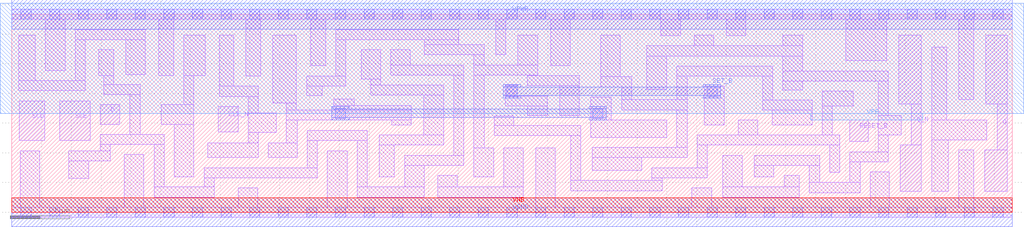
<source format=lef>
# Copyright 2020 The SkyWater PDK Authors
#
# Licensed under the Apache License, Version 2.0 (the "License");
# you may not use this file except in compliance with the License.
# You may obtain a copy of the License at
#
#     https://www.apache.org/licenses/LICENSE-2.0
#
# Unless required by applicable law or agreed to in writing, software
# distributed under the License is distributed on an "AS IS" BASIS,
# WITHOUT WARRANTIES OR CONDITIONS OF ANY KIND, either express or implied.
# See the License for the specific language governing permissions and
# limitations under the License.
#
# SPDX-License-Identifier: Apache-2.0

VERSION 5.7 ;
  NOWIREEXTENSIONATPIN ON ;
  DIVIDERCHAR "/" ;
  BUSBITCHARS "[]" ;
MACRO sky130_fd_sc_hs__sdfbbn_1
  CLASS CORE ;
  FOREIGN sky130_fd_sc_hs__sdfbbn_1 ;
  ORIGIN  0.000000  0.000000 ;
  SIZE  16.80000 BY  3.330000 ;
  SYMMETRY X Y ;
  SITE unit ;
  PIN D
    ANTENNAGATEAREA  0.159000 ;
    DIRECTION INPUT ;
    USE SIGNAL ;
    PORT
      LAYER li1 ;
        RECT 1.485000 1.480000 1.815000 1.810000 ;
    END
  END D
  PIN Q
    ANTENNADIFFAREA  0.541300 ;
    DIRECTION OUTPUT ;
    USE SIGNAL ;
    PORT
      LAYER li1 ;
        RECT 16.335000 0.350000 16.715000 1.050000 ;
        RECT 16.355000 1.820000 16.715000 2.980000 ;
        RECT 16.545000 1.050000 16.715000 1.820000 ;
    END
  END Q
  PIN Q_N
    ANTENNADIFFAREA  0.541300 ;
    DIRECTION OUTPUT ;
    USE SIGNAL ;
    PORT
      LAYER li1 ;
        RECT 14.890000 1.820000 15.275000 2.980000 ;
        RECT 14.915000 0.350000 15.275000 1.130000 ;
        RECT 15.105000 1.130000 15.275000 1.820000 ;
    END
  END Q_N
  PIN RESET_B
    ANTENNAGATEAREA  0.159000 ;
    DIRECTION INPUT ;
    USE SIGNAL ;
    PORT
      LAYER li1 ;
        RECT 14.075000 1.190000 14.380000 1.550000 ;
    END
  END RESET_B
  PIN SCD
    ANTENNAGATEAREA  0.159000 ;
    DIRECTION INPUT ;
    USE SIGNAL ;
    PORT
      LAYER li1 ;
        RECT 0.125000 1.205000 0.550000 1.875000 ;
    END
  END SCD
  PIN SCE
    ANTENNAGATEAREA  0.318000 ;
    DIRECTION INPUT ;
    USE SIGNAL ;
    PORT
      LAYER li1 ;
        RECT 0.805000 1.205000 1.315000 1.875000 ;
    END
  END SCE
  PIN SET_B
    ANTENNAGATEAREA  0.469500 ;
    DIRECTION INPUT ;
    USE SIGNAL ;
    PORT
      LAYER met1 ;
        RECT  8.255000 1.920000  8.545000 1.965000 ;
        RECT  8.255000 1.965000 11.905000 2.105000 ;
        RECT  8.255000 2.105000  8.545000 2.150000 ;
        RECT 11.615000 1.920000 11.905000 1.965000 ;
        RECT 11.615000 2.105000 11.905000 2.150000 ;
    END
  END SET_B
  PIN CLK_N
    ANTENNAGATEAREA  0.279000 ;
    DIRECTION INPUT ;
    USE CLOCK ;
    PORT
      LAYER li1 ;
        RECT 3.470000 1.350000 3.800000 1.780000 ;
    END
  END CLK_N
  PIN VGND
    DIRECTION INOUT ;
    USE GROUND ;
    PORT
      LAYER met1 ;
        RECT 0.000000 -0.245000 16.800000 0.245000 ;
    END
  END VGND
  PIN VNB
    DIRECTION INOUT ;
    USE GROUND ;
    PORT
      LAYER pwell ;
        RECT 0.000000 0.000000 16.800000 0.245000 ;
    END
  END VNB
  PIN VPB
    DIRECTION INOUT ;
    USE POWER ;
    PORT
      LAYER nwell ;
        RECT -0.190000 1.660000 16.990000 3.520000 ;
        RECT 13.420000 1.550000 15.300000 1.660000 ;
    END
  END VPB
  PIN VPWR
    DIRECTION INOUT ;
    USE POWER ;
    PORT
      LAYER met1 ;
        RECT 0.000000 3.085000 16.800000 3.575000 ;
    END
  END VPWR
  OBS
    LAYER li1 ;
      RECT  0.000000 -0.085000 16.800000 0.085000 ;
      RECT  0.000000  3.245000 16.800000 3.415000 ;
      RECT  0.115000  2.045000  1.235000 2.215000 ;
      RECT  0.115000  2.215000  0.395000 2.980000 ;
      RECT  0.140000  0.085000  0.470000 1.035000 ;
      RECT  0.565000  2.385000  0.895000 3.245000 ;
      RECT  0.960000  0.575000  1.290000 0.865000 ;
      RECT  0.960000  0.865000  1.655000 1.035000 ;
      RECT  1.065000  2.215000  1.235000 2.905000 ;
      RECT  1.065000  2.905000  2.245000 3.075000 ;
      RECT  1.465000  2.300000  1.715000 2.735000 ;
      RECT  1.485000  1.035000  1.655000 1.140000 ;
      RECT  1.485000  1.140000  2.560000 1.310000 ;
      RECT  1.545000  1.980000  2.155000 2.150000 ;
      RECT  1.545000  2.150000  1.715000 2.300000 ;
      RECT  1.890000  0.085000  2.220000 0.970000 ;
      RECT  1.915000  2.320000  2.245000 2.905000 ;
      RECT  1.985000  1.310000  2.155000 1.980000 ;
      RECT  2.390000  0.255000  3.400000 0.425000 ;
      RECT  2.390000  0.425000  2.560000 1.140000 ;
      RECT  2.470000  2.300000  2.720000 3.245000 ;
      RECT  2.510000  1.480000  3.060000 1.810000 ;
      RECT  2.730000  0.595000  3.060000 1.480000 ;
      RECT  2.890000  1.810000  3.060000 2.300000 ;
      RECT  2.890000  2.300000  3.250000 2.980000 ;
      RECT  3.230000  0.425000  3.400000 0.580000 ;
      RECT  3.230000  0.580000  5.130000 0.750000 ;
      RECT  3.290000  0.920000  4.140000 1.170000 ;
      RECT  3.480000  1.950000  4.140000 2.120000 ;
      RECT  3.480000  2.120000  3.730000 2.980000 ;
      RECT  3.800000  0.085000  4.130000 0.410000 ;
      RECT  3.930000  2.290000  4.180000 3.245000 ;
      RECT  3.970000  1.170000  4.140000 1.340000 ;
      RECT  3.970000  1.340000  4.440000 1.670000 ;
      RECT  3.970000  1.670000  4.140000 1.950000 ;
      RECT  4.310000  0.920000  4.790000 1.170000 ;
      RECT  4.380000  1.840000  4.780000 2.980000 ;
      RECT  4.610000  1.170000  4.790000 1.550000 ;
      RECT  4.610000  1.550000  6.710000 1.720000 ;
      RECT  4.610000  1.720000  4.780000 1.840000 ;
      RECT  4.950000  1.965000  5.215000 2.125000 ;
      RECT  4.950000  2.125000  5.610000 2.295000 ;
      RECT  4.960000  0.750000  5.130000 1.205000 ;
      RECT  4.960000  1.205000  5.970000 1.375000 ;
      RECT  5.020000  2.465000  5.270000 3.245000 ;
      RECT  5.300000  0.085000  5.630000 1.035000 ;
      RECT  5.405000  1.720000  6.710000 1.800000 ;
      RECT  5.405000  1.800000  5.755000 1.905000 ;
      RECT  5.440000  2.295000  5.610000 2.905000 ;
      RECT  5.440000  2.905000  7.505000 3.075000 ;
      RECT  5.800000  0.255000  6.925000 0.425000 ;
      RECT  5.800000  0.425000  5.970000 1.205000 ;
      RECT  5.865000  2.245000  6.195000 2.735000 ;
      RECT  6.025000  1.970000  7.250000 2.140000 ;
      RECT  6.025000  2.140000  6.195000 2.245000 ;
      RECT  6.170000  0.595000  6.420000 1.130000 ;
      RECT  6.170000  1.130000  7.250000 1.300000 ;
      RECT  6.365000  2.310000  7.590000 2.480000 ;
      RECT  6.365000  2.480000  6.695000 2.735000 ;
      RECT  6.380000  1.470000  6.710000 1.550000 ;
      RECT  6.595000  0.425000  6.925000 0.790000 ;
      RECT  6.595000  0.790000  7.590000 0.960000 ;
      RECT  6.920000  1.300000  7.250000 1.970000 ;
      RECT  6.925000  2.650000  7.930000 2.820000 ;
      RECT  6.925000  2.820000  7.505000 2.905000 ;
      RECT  7.150000  0.255000  8.590000 0.425000 ;
      RECT  7.150000  0.425000  7.480000 0.620000 ;
      RECT  7.420000  0.960000  7.590000 2.310000 ;
      RECT  7.760000  0.595000  8.090000 1.080000 ;
      RECT  7.760000  1.080000  7.930000 2.310000 ;
      RECT  7.760000  2.310000  8.830000 2.480000 ;
      RECT  7.760000  2.480000  7.930000 2.650000 ;
      RECT  8.100000  1.290000  9.555000 1.460000 ;
      RECT  8.100000  1.460000  8.430000 1.620000 ;
      RECT  8.125000  2.650000  8.295000 3.245000 ;
      RECT  8.260000  0.425000  8.590000 1.080000 ;
      RECT  8.285000  1.790000  8.990000 1.960000 ;
      RECT  8.285000  1.960000  8.490000 2.140000 ;
      RECT  8.495000  2.480000  8.830000 2.980000 ;
      RECT  8.660000  1.630000  8.990000 1.790000 ;
      RECT  8.660000  2.130000  9.530000 2.300000 ;
      RECT  8.660000  2.300000  8.830000 2.310000 ;
      RECT  8.795000  0.085000  9.125000 1.080000 ;
      RECT  9.050000  2.470000  9.380000 3.245000 ;
      RECT  9.200000  1.630000  9.530000 2.130000 ;
      RECT  9.385000  0.365000 10.920000 0.535000 ;
      RECT  9.385000  0.535000  9.555000 1.290000 ;
      RECT  9.725000  1.260000 11.000000 1.555000 ;
      RECT  9.725000  1.555000 10.070000 1.940000 ;
      RECT  9.745000  0.705000 10.580000 0.920000 ;
      RECT  9.745000  0.920000 11.340000 1.090000 ;
      RECT  9.890000  2.110000 10.410000 2.280000 ;
      RECT  9.890000  2.280000 10.220000 2.980000 ;
      RECT 10.240000  1.725000 11.340000 1.895000 ;
      RECT 10.240000  1.895000 10.410000 2.110000 ;
      RECT 10.665000  2.065000 10.995000 2.630000 ;
      RECT 10.665000  2.630000 13.280000 2.800000 ;
      RECT 10.750000  0.535000 10.920000 0.580000 ;
      RECT 10.750000  0.580000 11.680000 0.750000 ;
      RECT 10.900000  2.970000 11.230000 3.245000 ;
      RECT 11.170000  1.090000 11.340000 1.725000 ;
      RECT 11.170000  1.895000 11.340000 2.290000 ;
      RECT 11.170000  2.290000 12.780000 2.460000 ;
      RECT 11.415000  0.085000 11.755000 0.410000 ;
      RECT 11.460000  2.800000 11.790000 2.980000 ;
      RECT 11.510000  0.750000 11.680000 1.130000 ;
      RECT 11.510000  1.130000 13.905000 1.300000 ;
      RECT 11.630000  1.470000 11.960000 2.120000 ;
      RECT 11.935000  0.255000 13.225000 0.425000 ;
      RECT 11.935000  0.425000 12.265000 0.960000 ;
      RECT 11.995000  2.970000 12.325000 3.245000 ;
      RECT 12.200000  1.300000 12.530000 1.550000 ;
      RECT 12.465000  0.595000 12.795000 0.790000 ;
      RECT 12.465000  0.790000 13.565000 0.960000 ;
      RECT 12.610000  1.720000 13.440000 1.890000 ;
      RECT 12.610000  1.890000 12.780000 2.290000 ;
      RECT 12.770000  1.470000 13.440000 1.720000 ;
      RECT 12.950000  2.060000 13.280000 2.210000 ;
      RECT 12.950000  2.210000 14.720000 2.380000 ;
      RECT 12.950000  2.380000 13.280000 2.630000 ;
      RECT 12.950000  2.800000 13.280000 2.980000 ;
      RECT 12.975000  0.425000 13.225000 0.620000 ;
      RECT 13.395000  0.330000 14.245000 0.500000 ;
      RECT 13.395000  0.500000 13.565000 0.790000 ;
      RECT 13.610000  1.300000 13.780000 1.790000 ;
      RECT 13.610000  1.790000 14.130000 2.040000 ;
      RECT 13.735000  0.670000 13.905000 1.130000 ;
      RECT 14.000000  2.550000 14.690000 3.245000 ;
      RECT 14.075000  0.500000 14.245000 0.850000 ;
      RECT 14.075000  0.850000 14.720000 1.020000 ;
      RECT 14.415000  0.085000 14.735000 0.680000 ;
      RECT 14.550000  1.020000 14.720000 1.300000 ;
      RECT 14.550000  1.300000 14.935000 1.630000 ;
      RECT 14.550000  1.630000 14.720000 2.210000 ;
      RECT 15.450000  0.350000 15.725000 1.220000 ;
      RECT 15.450000  1.220000 16.375000 1.550000 ;
      RECT 15.450000  1.550000 15.700000 2.780000 ;
      RECT 15.905000  0.085000 16.155000 1.050000 ;
      RECT 15.905000  1.900000 16.155000 3.245000 ;
    LAYER mcon ;
      RECT  0.155000 -0.085000  0.325000 0.085000 ;
      RECT  0.155000  3.245000  0.325000 3.415000 ;
      RECT  0.635000 -0.085000  0.805000 0.085000 ;
      RECT  0.635000  3.245000  0.805000 3.415000 ;
      RECT  1.115000 -0.085000  1.285000 0.085000 ;
      RECT  1.115000  3.245000  1.285000 3.415000 ;
      RECT  1.595000 -0.085000  1.765000 0.085000 ;
      RECT  1.595000  3.245000  1.765000 3.415000 ;
      RECT  2.075000 -0.085000  2.245000 0.085000 ;
      RECT  2.075000  3.245000  2.245000 3.415000 ;
      RECT  2.555000 -0.085000  2.725000 0.085000 ;
      RECT  2.555000  3.245000  2.725000 3.415000 ;
      RECT  3.035000 -0.085000  3.205000 0.085000 ;
      RECT  3.035000  3.245000  3.205000 3.415000 ;
      RECT  3.515000 -0.085000  3.685000 0.085000 ;
      RECT  3.515000  3.245000  3.685000 3.415000 ;
      RECT  3.995000 -0.085000  4.165000 0.085000 ;
      RECT  3.995000  3.245000  4.165000 3.415000 ;
      RECT  4.475000 -0.085000  4.645000 0.085000 ;
      RECT  4.475000  3.245000  4.645000 3.415000 ;
      RECT  4.955000 -0.085000  5.125000 0.085000 ;
      RECT  4.955000  3.245000  5.125000 3.415000 ;
      RECT  5.435000 -0.085000  5.605000 0.085000 ;
      RECT  5.435000  1.580000  5.605000 1.750000 ;
      RECT  5.435000  3.245000  5.605000 3.415000 ;
      RECT  5.915000 -0.085000  6.085000 0.085000 ;
      RECT  5.915000  3.245000  6.085000 3.415000 ;
      RECT  6.395000 -0.085000  6.565000 0.085000 ;
      RECT  6.395000  3.245000  6.565000 3.415000 ;
      RECT  6.875000 -0.085000  7.045000 0.085000 ;
      RECT  6.875000  3.245000  7.045000 3.415000 ;
      RECT  7.355000 -0.085000  7.525000 0.085000 ;
      RECT  7.355000  3.245000  7.525000 3.415000 ;
      RECT  7.835000 -0.085000  8.005000 0.085000 ;
      RECT  7.835000  3.245000  8.005000 3.415000 ;
      RECT  8.315000 -0.085000  8.485000 0.085000 ;
      RECT  8.315000  1.950000  8.485000 2.120000 ;
      RECT  8.315000  3.245000  8.485000 3.415000 ;
      RECT  8.795000 -0.085000  8.965000 0.085000 ;
      RECT  8.795000  3.245000  8.965000 3.415000 ;
      RECT  9.275000 -0.085000  9.445000 0.085000 ;
      RECT  9.275000  3.245000  9.445000 3.415000 ;
      RECT  9.755000 -0.085000  9.925000 0.085000 ;
      RECT  9.755000  1.580000  9.925000 1.750000 ;
      RECT  9.755000  3.245000  9.925000 3.415000 ;
      RECT 10.235000 -0.085000 10.405000 0.085000 ;
      RECT 10.235000  3.245000 10.405000 3.415000 ;
      RECT 10.715000 -0.085000 10.885000 0.085000 ;
      RECT 10.715000  3.245000 10.885000 3.415000 ;
      RECT 11.195000 -0.085000 11.365000 0.085000 ;
      RECT 11.195000  3.245000 11.365000 3.415000 ;
      RECT 11.675000 -0.085000 11.845000 0.085000 ;
      RECT 11.675000  1.950000 11.845000 2.120000 ;
      RECT 11.675000  3.245000 11.845000 3.415000 ;
      RECT 12.155000 -0.085000 12.325000 0.085000 ;
      RECT 12.155000  3.245000 12.325000 3.415000 ;
      RECT 12.635000 -0.085000 12.805000 0.085000 ;
      RECT 12.635000  3.245000 12.805000 3.415000 ;
      RECT 13.115000 -0.085000 13.285000 0.085000 ;
      RECT 13.115000  3.245000 13.285000 3.415000 ;
      RECT 13.595000 -0.085000 13.765000 0.085000 ;
      RECT 13.595000  3.245000 13.765000 3.415000 ;
      RECT 14.075000 -0.085000 14.245000 0.085000 ;
      RECT 14.075000  3.245000 14.245000 3.415000 ;
      RECT 14.555000 -0.085000 14.725000 0.085000 ;
      RECT 14.555000  3.245000 14.725000 3.415000 ;
      RECT 15.035000 -0.085000 15.205000 0.085000 ;
      RECT 15.035000  3.245000 15.205000 3.415000 ;
      RECT 15.515000 -0.085000 15.685000 0.085000 ;
      RECT 15.515000  3.245000 15.685000 3.415000 ;
      RECT 15.995000 -0.085000 16.165000 0.085000 ;
      RECT 15.995000  3.245000 16.165000 3.415000 ;
      RECT 16.475000 -0.085000 16.645000 0.085000 ;
      RECT 16.475000  3.245000 16.645000 3.415000 ;
    LAYER met1 ;
      RECT 5.375000 1.550000 5.665000 1.595000 ;
      RECT 5.375000 1.595000 9.985000 1.735000 ;
      RECT 5.375000 1.735000 5.665000 1.780000 ;
      RECT 9.695000 1.550000 9.985000 1.595000 ;
      RECT 9.695000 1.735000 9.985000 1.780000 ;
  END
END sky130_fd_sc_hs__sdfbbn_1
END LIBRARY

</source>
